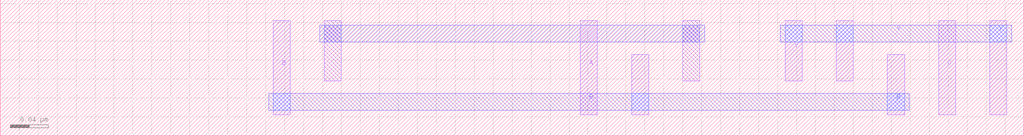
<source format=lef>
VERSION 5.7 ;
BUSBITCHARS "[]" ;
DIVIDERCHAR "/" ;

MACRO AND2x2
  CLASS CORE ;
  ORIGIN 0 0 ;
  FOREIGN AND2x2 0 0 ;
  SIZE 0.324 BY 0.144 ;
  SYMMETRY X Y ;
  SITE coreSite ;
  PIN A
    DIRECTION INPUT ;
    USE SIGNAL ;
    PORT
      LAYER M1 ;
        RECT 0.18 0.022 0.198 0.122 ;
    END
  END A
  PIN B
    DIRECTION INPUT ;
    USE SIGNAL ;
    PORT
      LAYER M1 ;
        RECT 0.234 0.022 0.252 0.122 ;
    END
  END B
  PIN Y
    DIRECTION OUTPUT ;
    USE SIGNAL ;
    PORT
      LAYER M1 ;
        RECT 0.126 0.022 0.144 0.122 ;
    END
  END Y
END AND2x2

MACRO AND3x1
  CLASS CORE ;
  ORIGIN 0 0 ;
  FOREIGN AND3x1 0 0 ;
  SIZE 0.324 BY 0.144 ;
  SYMMETRY X Y ;
  SITE coreSite ;
  PIN A
    DIRECTION INPUT ;
    USE SIGNAL ;
    PORT
      LAYER M1 ;
        RECT 0.234 0.022 0.252 0.122 ;
    END
  END A
  PIN B
    DIRECTION INPUT ;
    USE SIGNAL ;
    PORT
      LAYER M1 ;
        RECT 0.18 0.022 0.198 0.122 ;
    END
  END B
  PIN C
    DIRECTION INPUT ;
    USE SIGNAL ;
    PORT
      LAYER M1 ;
        RECT 0.126 0.022 0.144 0.122 ;
    END
  END C
  PIN Y
    DIRECTION OUTPUT ;
    USE SIGNAL ;
    PORT
      LAYER M1 ;
        RECT 0.072 0.022 0.09 0.122 ;
    END
  END Y
END AND3x1

MACRO AND3x2
  CLASS CORE ;
  ORIGIN 0 0 ;
  FOREIGN AND3x2 0 0 ;
  SIZE 0.378 BY 0.144 ;
  SYMMETRY X Y ;
  SITE coreSite ;
  PIN A
    DIRECTION INPUT ;
    USE SIGNAL ;
    PORT
      LAYER M1 ;
        RECT 0.288 0.022 0.306 0.122 ;
    END
  END A
  PIN B
    DIRECTION INPUT ;
    USE SIGNAL ;
    PORT
      LAYER M1 ;
        RECT 0.234 0.022 0.252 0.122 ;
    END
  END B
  PIN C
    DIRECTION INPUT ;
    USE SIGNAL ;
    PORT
      LAYER M1 ;
        RECT 0.18 0.022 0.198 0.122 ;
    END
  END C
  PIN Y
    DIRECTION OUTPUT ;
    USE SIGNAL ;
    PORT
      LAYER M1 ;
        RECT 0.072 0.022 0.09 0.122 ;
    END
  END Y
END AND3x2

MACRO AOI21x1
  CLASS CORE ;
  ORIGIN 0 0 ;
  FOREIGN AOI21x1 0 0 ;
  SIZE 0.486 BY 0.144 ;
  SYMMETRY X Y ;
  SITE coreSite ;
  PIN A1
    DIRECTION INPUT ;
    USE SIGNAL ;
    PORT
      LAYER M1 ;
        RECT 0.234 0.022 0.252 0.122 ;
    END
  END A1
  PIN A2
    DIRECTION INPUT ;
    USE SIGNAL ;
    PORT
      LAYER M1 ;
        RECT 0.342 0.022 0.36 0.122 ;
    END
  END A2
  PIN B
    DIRECTION INPUT ;
    USE SIGNAL ;
    PORT
      LAYER M1 ;
        RECT 0.126 0.022 0.144 0.122 ;
    END
  END B
  PIN Y
    DIRECTION OUTPUT ;
    USE SIGNAL ;
    PORT
      LAYER M2 ;
        RECT 0.175 0.099 0.311 0.117 ;
      LAYER M1 ;
        RECT 0.288 0.058 0.306 0.122 ;
        RECT 0.18 0.022 0.198 0.122 ;
      LAYER V1 ;
        RECT 0.18 0.099 0.198 0.117 ;
        RECT 0.288 0.099 0.306 0.117 ;
    END
  END Y
END AOI21x1

MACRO AOI22x1
  CLASS CORE ;
  ORIGIN 0 0 ;
  FOREIGN AOI22x1 0 0 ;
  SIZE 0.648 BY 0.144 ;
  SYMMETRY X Y ;
  SITE coreSite ;
  PIN A1
    DIRECTION INPUT ;
    USE SIGNAL ;
    PORT
      LAYER M1 ;
        RECT 0.504 0.022 0.522 0.122 ;
    END
  END A1
  PIN A2
    DIRECTION INPUT ;
    USE SIGNAL ;
    PORT
      LAYER M1 ;
        RECT 0.396 0.022 0.414 0.122 ;
    END
  END A2
  PIN B1
    DIRECTION INPUT ;
    USE SIGNAL ;
    PORT
      LAYER M1 ;
        RECT 0.234 0.022 0.252 0.122 ;
    END
  END B1
  PIN B2
    DIRECTION INPUT ;
    USE SIGNAL ;
    PORT
      LAYER M1 ;
        RECT 0.018 0.022 0.036 0.122 ;
    END
  END B2
  PIN Y
    DIRECTION OUTPUT ;
    USE SIGNAL ;
    PORT
      LAYER M2 ;
        RECT 0.121 0.099 0.365 0.117 ;
      LAYER M1 ;
        RECT 0.342 0.058 0.36 0.122 ;
        RECT 0.126 0.022 0.144 0.122 ;
      LAYER V1 ;
        RECT 0.126 0.099 0.144 0.117 ;
        RECT 0.342 0.099 0.36 0.117 ;
    END
  END Y
  OBS
    LAYER M1 ;
      RECT 0.558 0.058 0.576 0.122 ;
      RECT 0.45 0.058 0.468 0.122 ;
      RECT 0.288 0.058 0.306 0.122 ;
      RECT 0.18 0.022 0.198 0.086 ;
      RECT 0.072 0.022 0.09 0.086 ;
    LAYER M2 ;
      RECT 0.283 0.063 0.581 0.081 ;
      RECT 0.067 0.063 0.203 0.081 ;
    LAYER V1 ;
      RECT 0.558 0.063 0.576 0.081 ;
      RECT 0.45 0.063 0.468 0.081 ;
      RECT 0.288 0.063 0.306 0.081 ;
      RECT 0.18 0.063 0.198 0.081 ;
      RECT 0.072 0.063 0.09 0.081 ;
  END
END AOI22x1

MACRO BUFx2
  CLASS CORE ;
  ORIGIN 0 0 ;
  FOREIGN BUFx2 0 0 ;
  SIZE 0.27 BY 0.144 ;
  SYMMETRY X Y ;
  SITE coreSite ;
  PIN A
    DIRECTION INPUT ;
    USE SIGNAL ;
    PORT
      LAYER M1 ;
        RECT 0.18 0.022 0.198 0.122 ;
    END
  END A
  PIN Y
    DIRECTION OUTPUT ;
    USE SIGNAL ;
    PORT
      LAYER M1 ;
        RECT 0.126 0.022 0.144 0.122 ;
    END
  END Y
END BUFx2

MACRO BUFx3
  CLASS CORE ;
  ORIGIN 0 0 ;
  FOREIGN BUFx3 0 0 ;
  SIZE 0.324 BY 0.144 ;
  SYMMETRY X Y ;
  SITE coreSite ;
  PIN A
    DIRECTION INPUT ;
    USE SIGNAL ;
    PORT
      LAYER M1 ;
        RECT 0.234 0.022 0.252 0.122 ;
    END
  END A
  PIN Y
    DIRECTION OUTPUT ;
    USE SIGNAL ;
    PORT
      LAYER M1 ;
        RECT 0.18 0.022 0.198 0.122 ;
    END
  END Y
END BUFx3

MACRO BUFx4
  CLASS CORE ;
  ORIGIN 0 0 ;
  FOREIGN BUFx4 0 0 ;
  SIZE 0.378 BY 0.144 ;
  SYMMETRY X Y ;
  SITE coreSite ;
  PIN A
    DIRECTION INPUT ;
    USE SIGNAL ;
    PORT
      LAYER M1 ;
        RECT 0.288 0.022 0.306 0.122 ;
    END
  END A
  PIN Y
    DIRECTION OUTPUT ;
    USE SIGNAL ;
    PORT
      LAYER M1 ;
        RECT 0.234 0.022 0.252 0.122 ;
    END
  END Y
END BUFx4

MACRO BUFx8
  CLASS CORE ;
  ORIGIN 0 0 ;
  FOREIGN BUFx8 0 0 ;
  SIZE 0.648 BY 0.144 ;
  SYMMETRY X Y ;
  SITE coreSite ;
  PIN A
    DIRECTION INPUT ;
    USE SIGNAL ;
    PORT
      LAYER M1 ;
        RECT 0.126 0.022 0.144 0.122 ;
    END
  END A
  PIN Y
    DIRECTION OUTPUT ;
    USE SIGNAL ;
    PORT
      LAYER M1 ;
        RECT 0.18 0.022 0.198 0.122 ;
    END
  END Y
END BUFx8

MACRO DFFHQNx1
  CLASS CORE ;
  ORIGIN 0 0 ;
  FOREIGN DFFHQNx1 0 0 ;
  SIZE 0.81 BY 0.144 ;
  SYMMETRY X Y ;
  SITE coreSite ;
  PIN CLK
    DIRECTION INPUT ;
    USE CLOCK ;
    PORT
      LAYER M1 ;
        RECT 0.126 0.022 0.144 0.122 ;
    END
  END CLK
  PIN D
    DIRECTION INPUT ;
    USE SIGNAL ;
    PORT
      LAYER M1 ;
        RECT 0.666 0.022 0.684 0.122 ;
    END
  END D
  PIN QN
    DIRECTION OUTPUT ;
    USE SIGNAL ;
    PORT
      LAYER M1 ;
        RECT 0.018 0.022 0.036 0.122 ;
    END
  END QN
  OBS
    LAYER M1 ;
      RECT 0.612 0.022 0.63 0.086 ;
      RECT 0.558 0.058 0.576 0.122 ;
      RECT 0.396 0.022 0.414 0.086 ;
    LAYER M2 ;
      RECT 0.391 0.063 0.581 0.081 ;
    LAYER V1 ;
      RECT 0.558 0.063 0.576 0.081 ;
      RECT 0.396 0.063 0.414 0.081 ;
  END
END DFFHQNx1

MACRO DFFHQNx2
  CLASS CORE ;
  ORIGIN 0 0 ;
  FOREIGN DFFHQNx2 0 0 ;
  SIZE 0.864 BY 0.144 ;
  SYMMETRY X Y ;
  SITE coreSite ;
  PIN CLK
    DIRECTION INPUT ;
    USE CLOCK ;
    PORT
      LAYER M1 ;
        RECT 0.774 0.022 0.792 0.122 ;
    END
  END CLK
  PIN D
    DIRECTION INPUT ;
    USE SIGNAL ;
    PORT
      LAYER M1 ;
        RECT 0.558 0.022 0.576 0.122 ;
    END
  END D
  PIN QN
    DIRECTION OUTPUT ;
    USE SIGNAL ;
    PORT
      LAYER M1 ;
        RECT 0.126 0.022 0.144 0.122 ;
    END
  END QN
  OBS
    LAYER M1 ;
      RECT 0.666 0.058 0.684 0.122 ;
      RECT 0.612 0.022 0.63 0.086 ;
      RECT 0.504 0.022 0.522 0.086 ;
      RECT 0.342 0.058 0.36 0.122 ;
    LAYER M2 ;
      RECT 0.337 0.063 0.689 0.081 ;
      RECT 0.499 0.027 0.635 0.045 ;
    LAYER V1 ;
      RECT 0.666 0.063 0.684 0.081 ;
      RECT 0.612 0.027 0.63 0.045 ;
      RECT 0.504 0.027 0.522 0.045 ;
      RECT 0.342 0.063 0.36 0.081 ;
  END
END DFFHQNx2

MACRO DFFHQNx3
  CLASS CORE ;
  ORIGIN 0 0 ;
  FOREIGN DFFHQNx3 0 0 ;
  SIZE 0.918 BY 0.144 ;
  SYMMETRY X Y ;
  SITE coreSite ;
  PIN CLK
    DIRECTION INPUT ;
    USE CLOCK ;
    PORT
      LAYER M1 ;
        RECT 0.234 0.022 0.252 0.122 ;
    END
  END CLK
  PIN D
    DIRECTION INPUT ;
    USE SIGNAL ;
    PORT
      LAYER M1 ;
        RECT 0.774 0.022 0.792 0.122 ;
    END
  END D
  PIN QN
    DIRECTION OUTPUT ;
    USE SIGNAL ;
    PORT
      LAYER M1 ;
        RECT 0.018 0.022 0.036 0.122 ;
    END
  END QN
  OBS
    LAYER M1 ;
      RECT 0.72 0.058 0.738 0.122 ;
      RECT 0.666 0.058 0.684 0.122 ;
      RECT 0.504 0.058 0.522 0.122 ;
    LAYER M2 ;
      RECT 0.499 0.063 0.689 0.081 ;
    LAYER V1 ;
      RECT 0.666 0.063 0.684 0.081 ;
      RECT 0.504 0.063 0.522 0.081 ;
  END
END DFFHQNx3

MACRO DHLx1
  CLASS CORE ;
  ORIGIN 0 0 ;
  FOREIGN DHLx1 0 0 ;
  SIZE 0.594 BY 0.144 ;
  SYMMETRY X Y ;
  SITE coreSite ;
  PIN CLK
    DIRECTION INPUT ;
    USE CLOCK ;
    PORT
      LAYER M1 ;
        RECT 0.072 0.022 0.09 0.122 ;
    END
  END CLK
  PIN D
    DIRECTION INPUT ;
    USE SIGNAL ;
    PORT
      LAYER M1 ;
        RECT 0.288 0.022 0.306 0.122 ;
    END
  END D
  PIN Q
    DIRECTION INPUT ;
    USE SIGNAL ;
    PORT
      LAYER M1 ;
        RECT 0.126 0.022 0.144 0.122 ;
    END
  END Q
  OBS
    LAYER M1 ;
      RECT 0.342 0.022 0.36 0.086 ;
      RECT 0.234 0.022 0.252 0.086 ;
    LAYER M2 ;
      RECT 0.229 0.063 0.365 0.081 ;
    LAYER V1 ;
      RECT 0.342 0.063 0.36 0.081 ;
      RECT 0.234 0.063 0.252 0.081 ;
  END
END DHLx1

MACRO DHLx2
  CLASS CORE ;
  ORIGIN 0 0 ;
  FOREIGN DHLx2 0 0 ;
  SIZE 0.648 BY 0.144 ;
  SYMMETRY X Y ;
  SITE coreSite ;
  PIN CLK
    DIRECTION INPUT ;
    USE CLOCK ;
    PORT
      LAYER M1 ;
        RECT 0.072 0.022 0.09 0.122 ;
    END
  END CLK
  PIN D
    DIRECTION INPUT ;
    USE SIGNAL ;
    PORT
      LAYER M1 ;
        RECT 0.342 0.022 0.36 0.122 ;
    END
  END D
  PIN Q
    DIRECTION INPUT ;
    USE SIGNAL ;
    PORT
      LAYER M1 ;
        RECT 0.126 0.022 0.144 0.122 ;
    END
  END Q
  OBS
    LAYER M1 ;
      RECT 0.396 0.058 0.414 0.122 ;
      RECT 0.288 0.058 0.306 0.122 ;
    LAYER M2 ;
      RECT 0.283 0.063 0.419 0.081 ;
    LAYER V1 ;
      RECT 0.396 0.063 0.414 0.081 ;
      RECT 0.288 0.063 0.306 0.081 ;
  END
END DHLx2

MACRO DHLx3
  CLASS CORE ;
  ORIGIN 0 0 ;
  FOREIGN DHLx3 0 0 ;
  SIZE 0.702 BY 0.144 ;
  SYMMETRY X Y ;
  SITE coreSite ;
  PIN CLK
    DIRECTION INPUT ;
    USE CLOCK ;
    PORT
      LAYER M1 ;
        RECT 0.234 0.022 0.252 0.122 ;
    END
  END CLK
  PIN D
    DIRECTION INPUT ;
    USE SIGNAL ;
    PORT
      LAYER M1 ;
        RECT 0.558 0.022 0.576 0.122 ;
    END
  END D
  PIN Q
    DIRECTION INPUT ;
    USE SIGNAL ;
    PORT
      LAYER M1 ;
        RECT 0.018 0.022 0.036 0.122 ;
    END
  END Q
  OBS
    LAYER M1 ;
      RECT 0.504 0.058 0.522 0.122 ;
  END
END DHLx3

MACRO FAx1
  CLASS CORE ;
  ORIGIN 0 0 ;
  FOREIGN FAx1 0 0 ;
  SIZE 0.756 BY 0.144 ;
  SYMMETRY X Y ;
  SITE coreSite ;
  PIN A
    DIRECTION INPUT ;
    USE SIGNAL ;
    PORT
      LAYER M2 ;
        RECT 0.121 0.063 0.414 0.081 ;
      LAYER M1 ;
        RECT 0.396 0.022 0.414 0.086 ;
        RECT 0.126 0.022 0.144 0.122 ;
      LAYER V1 ;
        RECT 0.126 0.063 0.144 0.081 ;
        RECT 0.396 0.063 0.414 0.081 ;
    END
  END A
  PIN B
    DIRECTION INPUT ;
    USE SIGNAL ;
    PORT
      LAYER M2 ;
        RECT 0.45 0.063 0.689 0.081 ;
      LAYER M1 ;
        RECT 0.666 0.058 0.684 0.122 ;
        RECT 0.45 0.022 0.468 0.122 ;
      LAYER V1 ;
        RECT 0.45 0.063 0.468 0.081 ;
        RECT 0.666 0.063 0.684 0.081 ;
    END
  END B
  PIN CI
    DIRECTION INPUT ;
    USE SIGNAL ;
    PORT
      LAYER M2 ;
        RECT 0.067 0.099 0.306 0.117 ;
      LAYER M1 ;
        RECT 0.288 0.022 0.306 0.122 ;
        RECT 0.072 0.058 0.09 0.122 ;
      LAYER V1 ;
        RECT 0.072 0.099 0.09 0.117 ;
        RECT 0.288 0.099 0.306 0.117 ;
    END
  END CI
  PIN CON
    DIRECTION INPUT ;
    USE SIGNAL ;
    PORT
      LAYER M2 ;
        RECT 0.342 0.099 0.527 0.117 ;
      LAYER M1 ;
        RECT 0.504 0.022 0.522 0.122 ;
        RECT 0.342 0.058 0.36 0.122 ;
      LAYER V1 ;
        RECT 0.342 0.099 0.36 0.117 ;
        RECT 0.504 0.099 0.522 0.117 ;
    END
  END CON
  PIN SN
    DIRECTION INPUT ;
    USE SIGNAL ;
    PORT
      LAYER M1 ;
        RECT 0.234 0.022 0.252 0.122 ;
    END
  END SN
END FAx1

MACRO INVx1
  CLASS CORE ;
  ORIGIN 0 0 ;
  FOREIGN INVx1 0 0 ;
  SIZE 0.162 BY 0.144 ;
  SYMMETRY X Y ;
  SITE coreSite ;
  PIN A
    DIRECTION INPUT ;
    USE SIGNAL ;
    PORT
      LAYER M1 ;
        RECT 0.072 0.022 0.09 0.122 ;
    END
  END A
  PIN Y
    DIRECTION OUTPUT ;
    USE SIGNAL ;
    PORT
      LAYER M1 ;
        RECT 0.018 0.022 0.036 0.122 ;
    END
  END Y
END INVx1

MACRO INVx2
  CLASS CORE ;
  ORIGIN 0 0 ;
  FOREIGN INVx2 0 0 ;
  SIZE 0.216 BY 0.144 ;
  SYMMETRY X Y ;
  SITE coreSite ;
  PIN A
    DIRECTION INPUT ;
    USE SIGNAL ;
    PORT
      LAYER M1 ;
        RECT 0.072 0.022 0.09 0.122 ;
    END
  END A
  PIN Y
    DIRECTION OUTPUT ;
    USE SIGNAL ;
    PORT
      LAYER M1 ;
        RECT 0.126 0.022 0.144 0.122 ;
    END
  END Y
END INVx2

MACRO INVx4
  CLASS CORE ;
  ORIGIN 0 0 ;
  FOREIGN INVx4 0 0 ;
  SIZE 0.324 BY 0.144 ;
  SYMMETRY X Y ;
  SITE coreSite ;
  PIN A
    DIRECTION INPUT ;
    USE SIGNAL ;
    PORT
      LAYER M1 ;
        RECT 0.072 0.022 0.09 0.122 ;
    END
  END A
  PIN Y
    DIRECTION OUTPUT ;
    USE SIGNAL ;
    PORT
      LAYER M1 ;
        RECT 0.234 0.022 0.252 0.122 ;
    END
  END Y
END INVx4

MACRO INVx8
  CLASS CORE ;
  ORIGIN 0 0 ;
  FOREIGN INVx8 0 0 ;
  SIZE 0.54 BY 0.144 ;
  SYMMETRY X Y ;
  SITE coreSite ;
  PIN A
    DIRECTION INPUT ;
    USE SIGNAL ;
    PORT
      LAYER M1 ;
        RECT 0.072 0.022 0.09 0.122 ;
    END
  END A
  PIN Y
    DIRECTION OUTPUT ;
    USE SIGNAL ;
    PORT
      LAYER M1 ;
        RECT 0.45 0.022 0.468 0.122 ;
    END
  END Y
END INVx8

MACRO NAND2x1
  CLASS CORE ;
  ORIGIN 0 0 ;
  FOREIGN NAND2x1 0 0 ;
  SIZE 0.324 BY 0.144 ;
  SYMMETRY X Y ;
  SITE coreSite ;
  PIN A
    DIRECTION INPUT ;
    USE SIGNAL ;
    PORT
      LAYER M1 ;
        RECT 0.234 0.022 0.252 0.122 ;
    END
  END A
  PIN B
    DIRECTION INPUT ;
    USE SIGNAL ;
    PORT
      LAYER M1 ;
        RECT 0.126 0.022 0.144 0.122 ;
    END
  END B
  PIN Y
    DIRECTION OUTPUT ;
    USE SIGNAL ;
    PORT
      LAYER M1 ;
        RECT 0.072 0.022 0.09 0.122 ;
    END
  END Y
  OBS
    LAYER M1 ;
      RECT 0.18 0.058 0.198 0.122 ;
  END
END NAND2x1

MACRO NAND2x2
  CLASS CORE ;
  ORIGIN 0 0 ;
  FOREIGN NAND2x2 0 0 ;
  SIZE 0.54 BY 0.144 ;
  SYMMETRY X Y ;
  SITE coreSite ;
  PIN A
    DIRECTION INPUT ;
    USE SIGNAL ;
    PORT
      LAYER M1 ;
        RECT 0.45 0.022 0.468 0.122 ;
    END
  END A
  PIN B
    DIRECTION INPUT ;
    USE SIGNAL ;
    PORT
      LAYER M1 ;
        RECT 0.234 0.022 0.252 0.122 ;
    END
  END B
  PIN Y
    DIRECTION OUTPUT ;
    USE SIGNAL ;
    PORT
      LAYER M1 ;
        RECT 0.018 0.022 0.036 0.122 ;
    END
  END Y
  OBS
    LAYER M1 ;
      RECT 0.504 0.058 0.522 0.122 ;
  END
END NAND2x2

MACRO NAND3x1
  CLASS CORE ;
  ORIGIN 0 0 ;
  FOREIGN NAND3x1 0 0 ;
  SIZE 0.594 BY 0.144 ;
  SYMMETRY X Y ;
  SITE coreSite ;
  PIN A
    DIRECTION INPUT ;
    USE SIGNAL ;
    PORT
      LAYER M1 ;
        RECT 0.072 0.022 0.09 0.122 ;
    END
  END A
  PIN B
    DIRECTION INPUT ;
    USE SIGNAL ;
    PORT
      LAYER M1 ;
        RECT 0.342 0.022 0.36 0.122 ;
    END
  END B
  PIN C
    DIRECTION INPUT ;
    USE SIGNAL ;
    PORT
      LAYER M1 ;
        RECT 0.504 0.022 0.522 0.122 ;
    END
  END C
  PIN Y
    DIRECTION OUTPUT ;
    USE SIGNAL ;
    PORT
      LAYER M2 ;
        RECT 0.175 0.063 0.311 0.081 ;
      LAYER M1 ;
        RECT 0.288 0.058 0.306 0.122 ;
        RECT 0.18 0.022 0.198 0.122 ;
      LAYER V1 ;
        RECT 0.18 0.063 0.198 0.081 ;
        RECT 0.288 0.063 0.306 0.081 ;
    END
  END Y
  OBS
    LAYER M1 ;
      RECT 0.396 0.022 0.414 0.086 ;
      RECT 0.234 0.022 0.252 0.086 ;
      RECT 0.018 0.022 0.036 0.086 ;
    LAYER M2 ;
      RECT 0.229 0.027 0.419 0.045 ;
    LAYER V1 ;
      RECT 0.396 0.027 0.414 0.045 ;
      RECT 0.234 0.027 0.252 0.045 ;
  END
END NAND3x1

MACRO NAND3x2
  CLASS CORE ;
  ORIGIN 0 0 ;
  FOREIGN NAND3x2 0 0 ;
  SIZE 1.08 BY 0.144 ;
  SYMMETRY X Y ;
  SITE coreSite ;
  PIN A
    DIRECTION INPUT ;
    USE SIGNAL ;
    PORT
      LAYER M1 ;
        RECT 0.612 0.022 0.63 0.122 ;
    END
  END A
  PIN B
    DIRECTION INPUT ;
    USE SIGNAL ;
    PORT
      LAYER M2 ;
        RECT 0.283 0.027 0.959 0.045 ;
      LAYER M1 ;
        RECT 0.936 0.022 0.954 0.086 ;
        RECT 0.666 0.022 0.684 0.086 ;
        RECT 0.288 0.022 0.306 0.122 ;
      LAYER V1 ;
        RECT 0.288 0.027 0.306 0.045 ;
        RECT 0.666 0.027 0.684 0.045 ;
        RECT 0.936 0.027 0.954 0.045 ;
    END
  END B
  PIN C
    DIRECTION INPUT ;
    USE SIGNAL ;
    PORT
      LAYER M1 ;
        RECT 0.99 0.022 1.008 0.122 ;
    END
  END C
  PIN Y
    DIRECTION OUTPUT ;
    USE SIGNAL ;
    PORT
      LAYER M2 ;
        RECT 0.823 0.099 1.067 0.117 ;
      LAYER M1 ;
        RECT 1.044 0.022 1.062 0.122 ;
        RECT 0.882 0.058 0.9 0.122 ;
        RECT 0.828 0.058 0.846 0.122 ;
      LAYER V1 ;
        RECT 0.828 0.099 0.846 0.117 ;
        RECT 0.882 0.099 0.9 0.117 ;
        RECT 1.044 0.099 1.062 0.117 ;
    END
  END Y
  OBS
    LAYER M1 ;
      RECT 0.72 0.058 0.738 0.122 ;
      RECT 0.342 0.058 0.36 0.122 ;
    LAYER M2 ;
      RECT 0.337 0.099 0.743 0.117 ;
    LAYER V1 ;
      RECT 0.72 0.099 0.738 0.117 ;
      RECT 0.342 0.099 0.36 0.117 ;
  END
END NAND3x2

MACRO NOR2x1
  CLASS CORE ;
  ORIGIN 0 0 ;
  FOREIGN NOR2x1 0 0 ;
  SIZE 0.324 BY 0.144 ;
  SYMMETRY X Y ;
  SITE coreSite ;
  PIN A
    DIRECTION INPUT ;
    USE SIGNAL ;
    PORT
      LAYER M1 ;
        RECT 0.072 0.022 0.09 0.122 ;
    END
  END A
  PIN B
    DIRECTION INPUT ;
    USE SIGNAL ;
    PORT
      LAYER M1 ;
        RECT 0.18 0.022 0.198 0.122 ;
    END
  END B
  PIN Y
    DIRECTION OUTPUT ;
    USE SIGNAL ;
    PORT
      LAYER M1 ;
        RECT 0.234 0.022 0.252 0.122 ;
    END
  END Y
END NOR2x1

MACRO NOR2x2
  CLASS CORE ;
  ORIGIN 0 0 ;
  FOREIGN NOR2x2 0 0 ;
  SIZE 0.54 BY 0.144 ;
  SYMMETRY X Y ;
  SITE coreSite ;
  PIN A
    DIRECTION INPUT ;
    USE SIGNAL ;
    PORT
      LAYER M1 ;
        RECT 0.234 0.022 0.252 0.122 ;
    END
  END A
  PIN B
    DIRECTION INPUT ;
    USE SIGNAL ;
    PORT
      LAYER M1 ;
        RECT 0.288 0.022 0.306 0.122 ;
    END
  END B
  PIN Y
    DIRECTION OUTPUT ;
    USE SIGNAL ;
    PORT
      LAYER M1 ;
        RECT 0.018 0.022 0.036 0.122 ;
    END
  END Y
END NOR2x2

MACRO NOR3x1
  CLASS CORE ;
  ORIGIN 0 0 ;
  FOREIGN NOR3x1 0 0 ;
  SIZE 0.594 BY 0.144 ;
  SYMMETRY X Y ;
  SITE coreSite ;
  PIN A
    DIRECTION INPUT ;
    USE SIGNAL ;
    PORT
      LAYER M1 ;
        RECT 0.396 0.022 0.414 0.122 ;
    END
  END A
  PIN B
    DIRECTION INPUT ;
    USE SIGNAL ;
    PORT
      LAYER M1 ;
        RECT 0.234 0.022 0.252 0.122 ;
    END
  END B
  PIN C
    DIRECTION INPUT ;
    USE SIGNAL ;
    PORT
      LAYER M1 ;
        RECT 0.126 0.022 0.144 0.122 ;
    END
  END C
  PIN Y
    DIRECTION OUTPUT ;
    USE SIGNAL ;
    PORT
      LAYER M2 ;
        RECT 0.175 0.099 0.365 0.117 ;
      LAYER M1 ;
        RECT 0.342 0.058 0.36 0.122 ;
        RECT 0.18 0.022 0.198 0.122 ;
      LAYER V1 ;
        RECT 0.18 0.099 0.198 0.117 ;
        RECT 0.342 0.099 0.36 0.117 ;
    END
  END Y
  OBS
    LAYER M1 ;
      RECT 0.072 0.022 0.09 0.086 ;
  END
END NOR3x1

MACRO NOR3x2
  CLASS CORE ;
  ORIGIN 0 0 ;
  FOREIGN NOR3x2 0 0 ;
  SIZE 1.08 BY 0.144 ;
  SYMMETRY X Y ;
  SITE coreSite ;
  PIN A
    DIRECTION INPUT ;
    USE SIGNAL ;
    PORT
      LAYER M1 ;
        RECT 0.99 0.022 1.008 0.122 ;
    END
  END A
  PIN B
    DIRECTION INPUT ;
    USE SIGNAL ;
    PORT
      LAYER M2 ;
        RECT 0.283 0.099 0.905 0.117 ;
      LAYER M1 ;
        RECT 0.882 0.022 0.9 0.122 ;
        RECT 0.666 0.058 0.684 0.122 ;
        RECT 0.288 0.058 0.306 0.122 ;
      LAYER V1 ;
        RECT 0.288 0.099 0.306 0.117 ;
        RECT 0.666 0.099 0.684 0.117 ;
        RECT 0.882 0.099 0.9 0.117 ;
    END
  END B
  PIN C
    DIRECTION INPUT ;
    USE SIGNAL ;
    PORT
      LAYER M1 ;
        RECT 0.612 0.022 0.63 0.122 ;
    END
  END C
  PIN Y
    DIRECTION OUTPUT ;
    USE SIGNAL ;
    PORT
      LAYER M2 ;
        RECT 0.774 0.063 0.959 0.081 ;
      LAYER M1 ;
        RECT 0.936 0.022 0.954 0.122 ;
        RECT 0.828 0.022 0.846 0.086 ;
        RECT 0.774 0.022 0.792 0.086 ;
      LAYER V1 ;
        RECT 0.774 0.063 0.792 0.081 ;
        RECT 0.828 0.063 0.846 0.081 ;
        RECT 0.936 0.063 0.954 0.081 ;
    END
  END Y
  OBS
    LAYER M1 ;
      RECT 0.72 0.022 0.738 0.086 ;
      RECT 0.234 0.022 0.252 0.086 ;
    LAYER M2 ;
      RECT 0.229 0.063 0.738 0.081 ;
    LAYER V1 ;
      RECT 0.72 0.063 0.738 0.081 ;
      RECT 0.234 0.063 0.252 0.081 ;
  END
END NOR3x2

MACRO OAI21x1
  CLASS CORE ;
  ORIGIN 0 0 ;
  FOREIGN OAI21x1 0 0 ;
  SIZE 0.486 BY 0.144 ;
  SYMMETRY X Y ;
  SITE coreSite ;
  PIN A1
    DIRECTION INPUT ;
    USE SIGNAL ;
    PORT
      LAYER M1 ;
        RECT 0.234 0.022 0.252 0.122 ;
    END
  END A1
  PIN A2
    DIRECTION INPUT ;
    USE SIGNAL ;
    PORT
      LAYER M1 ;
        RECT 0.126 0.022 0.144 0.122 ;
    END
  END A2
  PIN B
    DIRECTION INPUT ;
    USE SIGNAL ;
    PORT
      LAYER M1 ;
        RECT 0.072 0.022 0.09 0.122 ;
    END
  END B
  PIN Y
    DIRECTION OUTPUT ;
    USE SIGNAL ;
    PORT
      LAYER M2 ;
        RECT 0.283 0.063 0.419 0.081 ;
      LAYER M1 ;
        RECT 0.396 0.022 0.414 0.086 ;
        RECT 0.288 0.022 0.306 0.122 ;
      LAYER V1 ;
        RECT 0.288 0.063 0.306 0.081 ;
        RECT 0.396 0.063 0.414 0.081 ;
    END
  END Y
  OBS
    LAYER M1 ;
      RECT 0.342 0.022 0.36 0.086 ;
      RECT 0.18 0.022 0.198 0.086 ;
      RECT 0.018 0.022 0.036 0.086 ;
    LAYER M2 ;
      RECT 0.013 0.027 0.365 0.045 ;
    LAYER V1 ;
      RECT 0.342 0.027 0.36 0.045 ;
      RECT 0.18 0.027 0.198 0.045 ;
      RECT 0.018 0.027 0.036 0.045 ;
  END
END OAI21x1

MACRO OAI22x1
  CLASS CORE ;
  ORIGIN 0 0 ;
  FOREIGN OAI22x1 0 0 ;
  SIZE 0.648 BY 0.144 ;
  SYMMETRY X Y ;
  SITE coreSite ;
  PIN A1
    DIRECTION INPUT ;
    USE SIGNAL ;
    PORT
      LAYER M1 ;
        RECT 0.234 0.022 0.252 0.122 ;
    END
  END A1
  PIN A2
    DIRECTION INPUT ;
    USE SIGNAL ;
    PORT
      LAYER M1 ;
        RECT 0.126 0.022 0.144 0.122 ;
    END
  END A2
  PIN B1
    DIRECTION INPUT ;
    USE SIGNAL ;
    PORT
      LAYER M1 ;
        RECT 0.396 0.022 0.414 0.122 ;
    END
  END B1
  PIN B2
    DIRECTION INPUT ;
    USE SIGNAL ;
    PORT
      LAYER M1 ;
        RECT 0.504 0.022 0.522 0.122 ;
    END
  END B2
  PIN Y
    DIRECTION OUTPUT ;
    USE SIGNAL ;
    PORT
      LAYER M2 ;
        RECT 0.283 0.099 0.581 0.117 ;
      LAYER M1 ;
        RECT 0.558 0.058 0.576 0.122 ;
        RECT 0.45 0.022 0.468 0.122 ;
        RECT 0.288 0.058 0.306 0.122 ;
      LAYER V1 ;
        RECT 0.288 0.099 0.306 0.117 ;
        RECT 0.45 0.099 0.468 0.117 ;
        RECT 0.558 0.099 0.576 0.117 ;
    END
  END Y
  OBS
    LAYER M1 ;
      RECT 0.342 0.022 0.36 0.086 ;
      RECT 0.18 0.022 0.198 0.086 ;
      RECT 0.072 0.058 0.09 0.122 ;
    LAYER M2 ;
      RECT 0.067 0.063 0.365 0.081 ;
    LAYER V1 ;
      RECT 0.342 0.063 0.36 0.081 ;
      RECT 0.18 0.063 0.198 0.081 ;
      RECT 0.072 0.063 0.09 0.081 ;
  END
END OAI22x1

MACRO OR2x2
  CLASS CORE ;
  ORIGIN 0 0 ;
  FOREIGN OR2x2 0 0 ;
  SIZE 0.324 BY 0.144 ;
  SYMMETRY X Y ;
  SITE coreSite ;
  PIN A
    DIRECTION INPUT ;
    USE SIGNAL ;
    PORT
      LAYER M1 ;
        RECT 0.18 0.022 0.198 0.122 ;
    END
  END A
  PIN B
    DIRECTION INPUT ;
    USE SIGNAL ;
    PORT
      LAYER M1 ;
        RECT 0.234 0.022 0.252 0.122 ;
    END
  END B
  PIN Y
    DIRECTION OUTPUT ;
    USE SIGNAL ;
    PORT
      LAYER M1 ;
        RECT 0.126 0.022 0.144 0.122 ;
    END
  END Y
END OR2x2

MACRO OR3x1
  CLASS CORE ;
  ORIGIN 0 0 ;
  FOREIGN OR3x1 0 0 ;
  SIZE 0.324 BY 0.144 ;
  SYMMETRY X Y ;
  SITE coreSite ;
  PIN A
    DIRECTION INPUT ;
    USE SIGNAL ;
    PORT
      LAYER M1 ;
        RECT 0.234 0.022 0.252 0.122 ;
    END
  END A
  PIN B
    DIRECTION INPUT ;
    USE SIGNAL ;
    PORT
      LAYER M1 ;
        RECT 0.18 0.022 0.198 0.122 ;
    END
  END B
  PIN C
    DIRECTION INPUT ;
    USE SIGNAL ;
    PORT
      LAYER M1 ;
        RECT 0.126 0.022 0.144 0.122 ;
    END
  END C
  PIN Y
    DIRECTION OUTPUT ;
    USE SIGNAL ;
    PORT
      LAYER M1 ;
        RECT 0.018 0.022 0.036 0.122 ;
    END
  END Y
END OR3x1

MACRO OR3x2
  CLASS CORE ;
  ORIGIN 0 0 ;
  FOREIGN OR3x2 0 0 ;
  SIZE 0.378 BY 0.144 ;
  SYMMETRY X Y ;
  SITE coreSite ;
  PIN A
    DIRECTION INPUT ;
    USE SIGNAL ;
    PORT
      LAYER M1 ;
        RECT 0.288 0.022 0.306 0.122 ;
    END
  END A
  PIN B
    DIRECTION INPUT ;
    USE SIGNAL ;
    PORT
      LAYER M1 ;
        RECT 0.234 0.022 0.252 0.122 ;
    END
  END B
  PIN C
    DIRECTION INPUT ;
    USE SIGNAL ;
    PORT
      LAYER M1 ;
        RECT 0.18 0.022 0.198 0.122 ;
    END
  END C
  PIN Y
    DIRECTION OUTPUT ;
    USE SIGNAL ;
    PORT
      LAYER M1 ;
        RECT 0.072 0.022 0.09 0.122 ;
    END
  END Y
END OR3x2

MACRO XNOR2x1
  CLASS CORE ;
  ORIGIN 0 0 ;
  FOREIGN XNOR2x1 0 0 ;
  SIZE 0.594 BY 0.144 ;
  SYMMETRY X Y ;
  SITE coreSite ;
  PIN A
    DIRECTION INPUT ;
    USE SIGNAL ;
    PORT
      LAYER M1 ;
        RECT 0.504 0.022 0.522 0.122 ;
    END
  END A
  PIN B
    DIRECTION INPUT ;
    USE SIGNAL ;
    PORT
      LAYER M2 ;
        RECT 0.121 0.063 0.473 0.081 ;
      LAYER M1 ;
        RECT 0.45 0.022 0.468 0.122 ;
        RECT 0.288 0.058 0.306 0.122 ;
        RECT 0.126 0.058 0.144 0.122 ;
      LAYER V1 ;
        RECT 0.126 0.063 0.144 0.081 ;
        RECT 0.288 0.063 0.306 0.081 ;
        RECT 0.45 0.063 0.468 0.081 ;
    END
  END B
  PIN Y
    DIRECTION OUTPUT ;
    USE SIGNAL ;
    PORT
      LAYER M1 ;
        RECT 0.018 0.022 0.036 0.122 ;
    END
  END Y
  OBS
    LAYER M1 ;
      RECT 0.558 0.022 0.576 0.086 ;
      RECT 0.396 0.022 0.414 0.086 ;
      RECT 0.342 0.058 0.36 0.122 ;
      RECT 0.234 0.022 0.252 0.086 ;
      RECT 0.072 0.058 0.09 0.122 ;
    LAYER M2 ;
      RECT 0.229 0.027 0.419 0.045 ;
      RECT 0.067 0.099 0.365 0.117 ;
    LAYER V1 ;
      RECT 0.396 0.027 0.414 0.045 ;
      RECT 0.342 0.099 0.36 0.117 ;
      RECT 0.234 0.027 0.252 0.045 ;
      RECT 0.072 0.099 0.09 0.117 ;
  END
END XNOR2x1

MACRO XOR2x1
  CLASS CORE ;
  ORIGIN 0 0 ;
  FOREIGN XOR2x1 0 0 ;
  SIZE 0.594 BY 0.144 ;
  SYMMETRY X Y ;
  SITE coreSite ;
  PIN A
    DIRECTION INPUT ;
    USE SIGNAL ;
    PORT
      LAYER M1 ;
        RECT 0.342 0.022 0.36 0.122 ;
    END
  END A
  PIN B
    DIRECTION INPUT ;
    USE SIGNAL ;
    PORT
      LAYER M2 ;
        RECT 0.229 0.099 0.419 0.117 ;
      LAYER M1 ;
        RECT 0.396 0.058 0.414 0.122 ;
        RECT 0.234 0.022 0.252 0.122 ;
      LAYER V1 ;
        RECT 0.234 0.099 0.252 0.117 ;
        RECT 0.396 0.099 0.414 0.117 ;
    END
  END B
  PIN Y
    DIRECTION OUTPUT ;
    USE SIGNAL ;
    PORT
      LAYER M2 ;
        RECT 0.175 0.027 0.311 0.045 ;
      LAYER M1 ;
        RECT 0.288 0.022 0.306 0.122 ;
        RECT 0.18 0.022 0.198 0.086 ;
      LAYER V1 ;
        RECT 0.18 0.027 0.198 0.045 ;
        RECT 0.288 0.027 0.306 0.045 ;
    END
  END Y
  OBS
    LAYER M1 ;
      RECT 0.45 0.022 0.468 0.086 ;
      RECT 0.126 0.058 0.144 0.122 ;
    LAYER M2 ;
      RECT 0.121 0.063 0.473 0.081 ;
    LAYER V1 ;
      RECT 0.45 0.063 0.468 0.081 ;
      RECT 0.126 0.063 0.144 0.081 ;
  END
END XOR2x1

END LIBRARY

</source>
